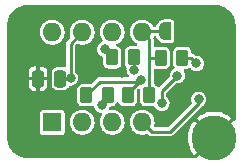
<source format=gbr>
%TF.GenerationSoftware,KiCad,Pcbnew,(6.0.0)*%
%TF.CreationDate,2022-01-09T14:56:00-05:00*%
%TF.ProjectId,QuadOpamp-INA_DIP8_Rg18,51756164-4f70-4616-9d70-2d494e415f44,rev?*%
%TF.SameCoordinates,Original*%
%TF.FileFunction,Copper,L2,Bot*%
%TF.FilePolarity,Positive*%
%FSLAX46Y46*%
G04 Gerber Fmt 4.6, Leading zero omitted, Abs format (unit mm)*
G04 Created by KiCad (PCBNEW (6.0.0)) date 2022-01-09 14:56:00*
%MOMM*%
%LPD*%
G01*
G04 APERTURE LIST*
G04 Aperture macros list*
%AMRoundRect*
0 Rectangle with rounded corners*
0 $1 Rounding radius*
0 $2 $3 $4 $5 $6 $7 $8 $9 X,Y pos of 4 corners*
0 Add a 4 corners polygon primitive as box body*
4,1,4,$2,$3,$4,$5,$6,$7,$8,$9,$2,$3,0*
0 Add four circle primitives for the rounded corners*
1,1,$1+$1,$2,$3*
1,1,$1+$1,$4,$5*
1,1,$1+$1,$6,$7*
1,1,$1+$1,$8,$9*
0 Add four rect primitives between the rounded corners*
20,1,$1+$1,$2,$3,$4,$5,0*
20,1,$1+$1,$4,$5,$6,$7,0*
20,1,$1+$1,$6,$7,$8,$9,0*
20,1,$1+$1,$8,$9,$2,$3,0*%
%AMFreePoly0*
4,1,22,0.500000,-0.750000,0.000000,-0.750000,0.000000,-0.745033,-0.079941,-0.743568,-0.215256,-0.701293,-0.333266,-0.622738,-0.424486,-0.514219,-0.481581,-0.384460,-0.499164,-0.250000,-0.500000,-0.250000,-0.500000,0.250000,-0.499164,0.250000,-0.499963,0.256109,-0.478152,0.396186,-0.417904,0.524511,-0.324060,0.630769,-0.204165,0.706417,-0.067858,0.745374,0.000000,0.744959,0.000000,0.750000,
0.500000,0.750000,0.500000,-0.750000,0.500000,-0.750000,$1*%
%AMFreePoly1*
4,1,20,0.000000,0.744959,0.073905,0.744508,0.209726,0.703889,0.328688,0.626782,0.421226,0.519385,0.479903,0.390333,0.500000,0.250000,0.500000,-0.250000,0.499851,-0.262216,0.476331,-0.402017,0.414519,-0.529596,0.319384,-0.634700,0.198574,-0.708877,0.061801,-0.746166,0.000000,-0.745033,0.000000,-0.750000,-0.500000,-0.750000,-0.500000,0.750000,0.000000,0.750000,0.000000,0.744959,
0.000000,0.744959,$1*%
G04 Aperture macros list end*
%TA.AperFunction,ComponentPad*%
%ADD10C,3.800000*%
%TD*%
%TA.AperFunction,ComponentPad*%
%ADD11R,1.600000X1.600000*%
%TD*%
%TA.AperFunction,ComponentPad*%
%ADD12O,1.600000X1.600000*%
%TD*%
%TA.AperFunction,SMDPad,CuDef*%
%ADD13RoundRect,0.250000X-0.262500X-0.450000X0.262500X-0.450000X0.262500X0.450000X-0.262500X0.450000X0*%
%TD*%
%TA.AperFunction,SMDPad,CuDef*%
%ADD14RoundRect,0.250000X0.250000X0.475000X-0.250000X0.475000X-0.250000X-0.475000X0.250000X-0.475000X0*%
%TD*%
%TA.AperFunction,SMDPad,CuDef*%
%ADD15FreePoly0,0.000000*%
%TD*%
%TA.AperFunction,SMDPad,CuDef*%
%ADD16FreePoly1,0.000000*%
%TD*%
%TA.AperFunction,SMDPad,CuDef*%
%ADD17RoundRect,0.250000X0.262500X0.450000X-0.262500X0.450000X-0.262500X-0.450000X0.262500X-0.450000X0*%
%TD*%
%TA.AperFunction,ViaPad*%
%ADD18C,0.800000*%
%TD*%
%TA.AperFunction,Conductor*%
%ADD19C,0.250000*%
%TD*%
G04 APERTURE END LIST*
D10*
%TO.P,H1,1,1*%
%TO.N,GND*%
X134000000Y-93000000D03*
%TD*%
D11*
%TO.P,J1,1,Pin_1*%
%TO.N,RG1*%
X120300000Y-91700000D03*
D12*
%TO.P,J1,2,Pin_2*%
%TO.N,Vin-*%
X122840000Y-91700000D03*
%TO.P,J1,3,Pin_3*%
%TO.N,Vin+*%
X125380000Y-91700000D03*
%TO.P,J1,4,Pin_4*%
%TO.N,-5V*%
X127920000Y-91700000D03*
%TO.P,J1,5,Pin_5*%
%TO.N,REF*%
X127920000Y-84080000D03*
%TO.P,J1,6,Pin_6*%
%TO.N,Vout*%
X125380000Y-84080000D03*
%TO.P,J1,7,Pin_7*%
%TO.N,+5V*%
X122840000Y-84080000D03*
%TO.P,J1,8,Pin_8*%
%TO.N,RG8*%
X120300000Y-84080000D03*
%TD*%
D13*
%TO.P,R4,1*%
%TO.N,Net-(R3-Pad2)*%
X126687500Y-89400000D03*
%TO.P,R4,2*%
%TO.N,REF*%
X128512500Y-89400000D03*
%TD*%
%TO.P,R1,1*%
%TO.N,Net-(R1-Pad1)*%
X125387500Y-86200000D03*
%TO.P,R1,2*%
%TO.N,Net-(R1-Pad2)*%
X127212500Y-86200000D03*
%TD*%
D14*
%TO.P,C1,1*%
%TO.N,+5V*%
X121000000Y-88000000D03*
%TO.P,C1,2*%
%TO.N,GND*%
X119100000Y-88000000D03*
%TD*%
D15*
%TO.P,JP1,1,A*%
%TO.N,REF*%
X129850000Y-84000000D03*
D16*
%TO.P,JP1,2,B*%
%TO.N,GND*%
X131150000Y-84000000D03*
%TD*%
D17*
%TO.P,R3,1*%
%TO.N,Net-(R6-Pad1)*%
X125012500Y-89400000D03*
%TO.P,R3,2*%
%TO.N,Net-(R3-Pad2)*%
X123187500Y-89400000D03*
%TD*%
D13*
%TO.P,R8,1*%
%TO.N,REF*%
X129500000Y-86250000D03*
%TO.P,R8,2*%
%TO.N,Net-(R7-Pad1)*%
X131325000Y-86250000D03*
%TD*%
D18*
%TO.N,Net-(R1-Pad1)*%
X124750000Y-85500000D03*
%TO.N,Net-(R1-Pad2)*%
X127250000Y-87250000D03*
%TO.N,Net-(R2-Pad2)*%
X130900500Y-87744150D03*
X129591210Y-90085485D03*
%TO.N,Net-(R6-Pad1)*%
X124500000Y-90250000D03*
%TO.N,Net-(R3-Pad2)*%
X127788000Y-88092353D03*
%TO.N,Net-(R7-Pad1)*%
X132510799Y-86716523D03*
%TO.N,GND*%
X117000000Y-83250000D03*
X130080000Y-82250000D03*
X123250000Y-94000000D03*
X123250000Y-82250000D03*
X128250000Y-94000000D03*
X127540000Y-82250000D03*
X120710000Y-82250000D03*
X125000000Y-82250000D03*
X135335786Y-85670000D03*
X126250000Y-87500000D03*
X131670000Y-82250000D03*
X130790000Y-94000000D03*
X134210000Y-82250000D03*
X120710000Y-94000000D03*
X117000000Y-90870000D03*
X117000000Y-93410000D03*
X129500000Y-91500000D03*
X118170000Y-82250000D03*
X131250000Y-92750000D03*
X118170000Y-94000000D03*
X135335786Y-88210000D03*
X125790000Y-94000000D03*
X134250000Y-90250000D03*
X118500000Y-90000000D03*
X117000000Y-85790000D03*
X135335786Y-83130000D03*
X118500000Y-85750000D03*
X135335786Y-90750000D03*
%TO.N,+5V*%
X121855645Y-87949020D03*
%TO.N,-5V*%
X132699500Y-89750000D03*
%TD*%
D19*
%TO.N,Net-(R1-Pad1)*%
X125387500Y-86200000D02*
X125387500Y-86137500D01*
X125387500Y-86137500D02*
X124750000Y-85500000D01*
%TO.N,Net-(R1-Pad2)*%
X127250000Y-87250000D02*
X127250000Y-86237500D01*
X127250000Y-86237500D02*
X127212500Y-86200000D01*
%TO.N,Net-(R2-Pad2)*%
X129591210Y-89053440D02*
X129591210Y-90085485D01*
X130900500Y-87744150D02*
X129591210Y-89053440D01*
%TO.N,Net-(R6-Pad1)*%
X125012500Y-89737500D02*
X124500000Y-90250000D01*
X125012500Y-89400000D02*
X125012500Y-89737500D01*
%TO.N,Net-(R3-Pad2)*%
X127630353Y-88250000D02*
X124337500Y-88250000D01*
X127788000Y-88092353D02*
X127630353Y-88250000D01*
X126687500Y-89400000D02*
X126687500Y-89192853D01*
X124337500Y-88250000D02*
X123187500Y-89400000D01*
X126687500Y-89192853D02*
X127788000Y-88092353D01*
%TO.N,REF*%
X128512500Y-89400000D02*
X128512500Y-86262500D01*
X129850000Y-84000000D02*
X128000000Y-84000000D01*
X129500000Y-86250000D02*
X129487500Y-86262500D01*
X129487500Y-86262500D02*
X128512500Y-86262500D01*
X128512500Y-86262500D02*
X128512500Y-84672500D01*
X128512500Y-84672500D02*
X127920000Y-84080000D01*
X128000000Y-84000000D02*
X127920000Y-84080000D01*
%TO.N,Net-(R7-Pad1)*%
X132044276Y-86250000D02*
X132510799Y-86716523D01*
X131325000Y-86250000D02*
X132044276Y-86250000D01*
%TO.N,+5V*%
X121855645Y-87949020D02*
X121855645Y-85064355D01*
X121804665Y-88000000D02*
X121000000Y-88000000D01*
X121855645Y-85064355D02*
X122840000Y-84080000D01*
X121855645Y-87949020D02*
X121804665Y-88000000D01*
%TO.N,-5V*%
X128720000Y-92500000D02*
X130250000Y-92500000D01*
X132699500Y-90050500D02*
X132699500Y-89750000D01*
X127920000Y-91700000D02*
X128720000Y-92500000D01*
X130250000Y-92500000D02*
X132699500Y-90050500D01*
%TD*%
%TA.AperFunction,Conductor*%
%TO.N,GND*%
G36*
X134073142Y-81752383D02*
G01*
X134085786Y-81754898D01*
X134097765Y-81752515D01*
X134109979Y-81752515D01*
X134109979Y-81753149D01*
X134120554Y-81752486D01*
X134325997Y-81767180D01*
X134343499Y-81769696D01*
X134541514Y-81812772D01*
X134570148Y-81819001D01*
X134587124Y-81823985D01*
X134804456Y-81905046D01*
X134820549Y-81912396D01*
X135024126Y-82023557D01*
X135039009Y-82033122D01*
X135224693Y-82172123D01*
X135238064Y-82183709D01*
X135402077Y-82347722D01*
X135413663Y-82361093D01*
X135552664Y-82546777D01*
X135562229Y-82561660D01*
X135673390Y-82765237D01*
X135680740Y-82781330D01*
X135761801Y-82998662D01*
X135766785Y-83015638D01*
X135813047Y-83228297D01*
X135816089Y-83242282D01*
X135818606Y-83259789D01*
X135825805Y-83360430D01*
X135833300Y-83465229D01*
X135832637Y-83475807D01*
X135833271Y-83475807D01*
X135833271Y-83488021D01*
X135830888Y-83500000D01*
X135833271Y-83511980D01*
X135833403Y-83512644D01*
X135835786Y-83536835D01*
X135835786Y-91447215D01*
X135816101Y-91514254D01*
X135763297Y-91560009D01*
X135694139Y-91569953D01*
X135664586Y-91559030D01*
X135657000Y-91559076D01*
X135647205Y-91564927D01*
X132566653Y-94645479D01*
X132544840Y-94685427D01*
X132495435Y-94734832D01*
X132436008Y-94750000D01*
X118286835Y-94750000D01*
X118262644Y-94747617D01*
X118261980Y-94747485D01*
X118250000Y-94745102D01*
X118238021Y-94747485D01*
X118225807Y-94747485D01*
X118225807Y-94746851D01*
X118215232Y-94747514D01*
X118009789Y-94732820D01*
X117992287Y-94730304D01*
X117765639Y-94680999D01*
X117748662Y-94676015D01*
X117531330Y-94594954D01*
X117515237Y-94587604D01*
X117311660Y-94476443D01*
X117296777Y-94466878D01*
X117111093Y-94327877D01*
X117097722Y-94316291D01*
X116933709Y-94152278D01*
X116922123Y-94138907D01*
X116783122Y-93953223D01*
X116773557Y-93938340D01*
X116662396Y-93734763D01*
X116655046Y-93718670D01*
X116573985Y-93501338D01*
X116569001Y-93484362D01*
X116525354Y-93283721D01*
X116519696Y-93257713D01*
X116517179Y-93240206D01*
X116502486Y-93034771D01*
X116503149Y-93024193D01*
X116502515Y-93024193D01*
X116502515Y-93011979D01*
X116504091Y-93004058D01*
X131795546Y-93004058D01*
X131813876Y-93283721D01*
X131814934Y-93291757D01*
X131869610Y-93566632D01*
X131871713Y-93574479D01*
X131961798Y-93839863D01*
X131964900Y-93847351D01*
X132088861Y-94098720D01*
X132092911Y-94105734D01*
X132248618Y-94338766D01*
X132253560Y-94345206D01*
X132330158Y-94432549D01*
X132343187Y-94440813D01*
X132352795Y-94435073D01*
X133775261Y-93012607D01*
X133782753Y-92998887D01*
X133782624Y-92997081D01*
X133778442Y-92990574D01*
X132354521Y-91566653D01*
X132340980Y-91559259D01*
X132331768Y-91565615D01*
X132253560Y-91654794D01*
X132248618Y-91661234D01*
X132092911Y-91894266D01*
X132088861Y-91901280D01*
X131964900Y-92152649D01*
X131961798Y-92160137D01*
X131871713Y-92425521D01*
X131869610Y-92433368D01*
X131814934Y-92708243D01*
X131813876Y-92716279D01*
X131795546Y-92995942D01*
X131795546Y-93004058D01*
X116504091Y-93004058D01*
X116504898Y-93000000D01*
X116502383Y-92987356D01*
X116500000Y-92963165D01*
X116500000Y-92524674D01*
X119249500Y-92524674D01*
X119264034Y-92597740D01*
X119270820Y-92607896D01*
X119311763Y-92669172D01*
X119319399Y-92680601D01*
X119402260Y-92735966D01*
X119436313Y-92742740D01*
X119469347Y-92749311D01*
X119469350Y-92749311D01*
X119475326Y-92750500D01*
X121124674Y-92750500D01*
X121130650Y-92749311D01*
X121130653Y-92749311D01*
X121163687Y-92742740D01*
X121197740Y-92735966D01*
X121280601Y-92680601D01*
X121288238Y-92669172D01*
X121329180Y-92607896D01*
X121335966Y-92597740D01*
X121350500Y-92524674D01*
X121350500Y-91685262D01*
X121784520Y-91685262D01*
X121801759Y-91890553D01*
X121858544Y-92088586D01*
X121861316Y-92093981D01*
X121861317Y-92093982D01*
X121875545Y-92121666D01*
X121952712Y-92271818D01*
X121956480Y-92276572D01*
X121985402Y-92313062D01*
X122080677Y-92433270D01*
X122085296Y-92437201D01*
X122232950Y-92562865D01*
X122232955Y-92562869D01*
X122237564Y-92566791D01*
X122417398Y-92667297D01*
X122543417Y-92708243D01*
X122603727Y-92727839D01*
X122613329Y-92730959D01*
X122619347Y-92731677D01*
X122619349Y-92731677D01*
X122744235Y-92746568D01*
X122817894Y-92755351D01*
X122823938Y-92754886D01*
X122823939Y-92754886D01*
X122896391Y-92749311D01*
X123023300Y-92739546D01*
X123108596Y-92715731D01*
X123215885Y-92685776D01*
X123215889Y-92685774D01*
X123221725Y-92684145D01*
X123405610Y-92591258D01*
X123567951Y-92464424D01*
X123571907Y-92459840D01*
X123571911Y-92459837D01*
X123698602Y-92313062D01*
X123702564Y-92308472D01*
X123723387Y-92271818D01*
X123801327Y-92134618D01*
X123804323Y-92129344D01*
X123869351Y-91933863D01*
X123873468Y-91901280D01*
X123894736Y-91732919D01*
X123894736Y-91732915D01*
X123895171Y-91729474D01*
X123895583Y-91700000D01*
X123882832Y-91569953D01*
X123876072Y-91501006D01*
X123876072Y-91501004D01*
X123875480Y-91494970D01*
X123833076Y-91354521D01*
X123817688Y-91303555D01*
X123815935Y-91297749D01*
X123719218Y-91115849D01*
X123589011Y-90956200D01*
X123523681Y-90902154D01*
X123434946Y-90828746D01*
X123434945Y-90828745D01*
X123430275Y-90824882D01*
X123267844Y-90737056D01*
X123254393Y-90729783D01*
X123254391Y-90729782D01*
X123249055Y-90726897D01*
X123239991Y-90724091D01*
X123058046Y-90667770D01*
X123058047Y-90667770D01*
X123052254Y-90665977D01*
X122847369Y-90644443D01*
X122841336Y-90644992D01*
X122841332Y-90644992D01*
X122715721Y-90656424D01*
X122642203Y-90663114D01*
X122636390Y-90664825D01*
X122636389Y-90664825D01*
X122504331Y-90703692D01*
X122444572Y-90721280D01*
X122414396Y-90737056D01*
X122267374Y-90813917D01*
X122267370Y-90813920D01*
X122262002Y-90816726D01*
X122257279Y-90820523D01*
X122257278Y-90820524D01*
X122133504Y-90920041D01*
X122101447Y-90945815D01*
X121969024Y-91103630D01*
X121869776Y-91284162D01*
X121867942Y-91289944D01*
X121867941Y-91289946D01*
X121851752Y-91340980D01*
X121807484Y-91480532D01*
X121800731Y-91540738D01*
X121787938Y-91654794D01*
X121784520Y-91685262D01*
X121350500Y-91685262D01*
X121350500Y-90875326D01*
X121343922Y-90842254D01*
X121339599Y-90820524D01*
X121335966Y-90802260D01*
X121280601Y-90719399D01*
X121197740Y-90664034D01*
X121163687Y-90657260D01*
X121130653Y-90650689D01*
X121130650Y-90650689D01*
X121124674Y-90649500D01*
X119475326Y-90649500D01*
X119469350Y-90650689D01*
X119469347Y-90650689D01*
X119436313Y-90657260D01*
X119402260Y-90664034D01*
X119319399Y-90719399D01*
X119264034Y-90802260D01*
X119260401Y-90820524D01*
X119256079Y-90842254D01*
X119249500Y-90875326D01*
X119249500Y-92524674D01*
X116500000Y-92524674D01*
X116500000Y-88514004D01*
X118300000Y-88514004D01*
X118300448Y-88521433D01*
X118309897Y-88599521D01*
X118313786Y-88614833D01*
X118363214Y-88739674D01*
X118371439Y-88754270D01*
X118452325Y-88860833D01*
X118464167Y-88872675D01*
X118570730Y-88953561D01*
X118585326Y-88961786D01*
X118710167Y-89011214D01*
X118725479Y-89015103D01*
X118803567Y-89024552D01*
X118810996Y-89025000D01*
X118932170Y-89025000D01*
X118947169Y-89020596D01*
X118948356Y-89019226D01*
X118950000Y-89011668D01*
X118950000Y-89007170D01*
X119250000Y-89007170D01*
X119254404Y-89022169D01*
X119255774Y-89023356D01*
X119263332Y-89025000D01*
X119389004Y-89025000D01*
X119396433Y-89024552D01*
X119474521Y-89015103D01*
X119489833Y-89011214D01*
X119614674Y-88961786D01*
X119629270Y-88953561D01*
X119735833Y-88872675D01*
X119747675Y-88860833D01*
X119828561Y-88754270D01*
X119836786Y-88739674D01*
X119886214Y-88614833D01*
X119890103Y-88599521D01*
X119899552Y-88521433D01*
X119900000Y-88514004D01*
X119900000Y-88167830D01*
X119895596Y-88152831D01*
X119894226Y-88151644D01*
X119886668Y-88150000D01*
X119267830Y-88150000D01*
X119252831Y-88154404D01*
X119251644Y-88155774D01*
X119250000Y-88163332D01*
X119250000Y-89007170D01*
X118950000Y-89007170D01*
X118950000Y-88167830D01*
X118945596Y-88152831D01*
X118944226Y-88151644D01*
X118936668Y-88150000D01*
X118317830Y-88150000D01*
X118302831Y-88154404D01*
X118301644Y-88155774D01*
X118300000Y-88163332D01*
X118300000Y-88514004D01*
X116500000Y-88514004D01*
X116500000Y-87832170D01*
X118300000Y-87832170D01*
X118304404Y-87847169D01*
X118305774Y-87848356D01*
X118313332Y-87850000D01*
X118932170Y-87850000D01*
X118947169Y-87845596D01*
X118948356Y-87844226D01*
X118950000Y-87836668D01*
X118950000Y-87832170D01*
X119250000Y-87832170D01*
X119254404Y-87847169D01*
X119255774Y-87848356D01*
X119263332Y-87850000D01*
X119882170Y-87850000D01*
X119897169Y-87845596D01*
X119898356Y-87844226D01*
X119900000Y-87836668D01*
X119900000Y-87485996D01*
X119899552Y-87478567D01*
X119899438Y-87477623D01*
X120249500Y-87477623D01*
X120249501Y-88522376D01*
X120256149Y-88583580D01*
X120306474Y-88717824D01*
X120311769Y-88724889D01*
X120311770Y-88724891D01*
X120346978Y-88771868D01*
X120392454Y-88832546D01*
X120399519Y-88837841D01*
X120500109Y-88913230D01*
X120500111Y-88913231D01*
X120507176Y-88918526D01*
X120641420Y-88968851D01*
X120702623Y-88975500D01*
X120999955Y-88975500D01*
X121297376Y-88975499D01*
X121358580Y-88968851D01*
X121492824Y-88918526D01*
X121499889Y-88913231D01*
X121499891Y-88913230D01*
X121514044Y-88902623D01*
X122424500Y-88902623D01*
X122424501Y-89897376D01*
X122431149Y-89958580D01*
X122481474Y-90092824D01*
X122486769Y-90099889D01*
X122486770Y-90099891D01*
X122560596Y-90198395D01*
X122567454Y-90207546D01*
X122574519Y-90212841D01*
X122675109Y-90288230D01*
X122675111Y-90288231D01*
X122682176Y-90293526D01*
X122816420Y-90343851D01*
X122877623Y-90350500D01*
X123187453Y-90350500D01*
X123497376Y-90350499D01*
X123558580Y-90343851D01*
X123692824Y-90293526D01*
X123693937Y-90296495D01*
X123746960Y-90284890D01*
X123812455Y-90309224D01*
X123854397Y-90365105D01*
X123859145Y-90385012D01*
X123859508Y-90384927D01*
X123861215Y-90392207D01*
X123862035Y-90399633D01*
X123916143Y-90547490D01*
X124003958Y-90678172D01*
X124049266Y-90719399D01*
X124114878Y-90779102D01*
X124114882Y-90779105D01*
X124120410Y-90784135D01*
X124126980Y-90787702D01*
X124126981Y-90787703D01*
X124227451Y-90842254D01*
X124258776Y-90859262D01*
X124343242Y-90881421D01*
X124403841Y-90897319D01*
X124403843Y-90897319D01*
X124411069Y-90899215D01*
X124418538Y-90899332D01*
X124425952Y-90900348D01*
X124425705Y-90902154D01*
X124483248Y-90920041D01*
X124528164Y-90973561D01*
X124537015Y-91042867D01*
X124514299Y-91092576D01*
X124516349Y-91093980D01*
X124512924Y-91098982D01*
X124509024Y-91103630D01*
X124409776Y-91284162D01*
X124407942Y-91289944D01*
X124407941Y-91289946D01*
X124391752Y-91340980D01*
X124347484Y-91480532D01*
X124340731Y-91540738D01*
X124327938Y-91654794D01*
X124324520Y-91685262D01*
X124341759Y-91890553D01*
X124398544Y-92088586D01*
X124401316Y-92093981D01*
X124401317Y-92093982D01*
X124415545Y-92121666D01*
X124492712Y-92271818D01*
X124496480Y-92276572D01*
X124525402Y-92313062D01*
X124620677Y-92433270D01*
X124625296Y-92437201D01*
X124772950Y-92562865D01*
X124772955Y-92562869D01*
X124777564Y-92566791D01*
X124957398Y-92667297D01*
X125083417Y-92708243D01*
X125143727Y-92727839D01*
X125153329Y-92730959D01*
X125159347Y-92731677D01*
X125159349Y-92731677D01*
X125284235Y-92746568D01*
X125357894Y-92755351D01*
X125363938Y-92754886D01*
X125363939Y-92754886D01*
X125436391Y-92749311D01*
X125563300Y-92739546D01*
X125648596Y-92715731D01*
X125755885Y-92685776D01*
X125755889Y-92685774D01*
X125761725Y-92684145D01*
X125945610Y-92591258D01*
X126107951Y-92464424D01*
X126111907Y-92459840D01*
X126111911Y-92459837D01*
X126238602Y-92313062D01*
X126242564Y-92308472D01*
X126263387Y-92271818D01*
X126341327Y-92134618D01*
X126344323Y-92129344D01*
X126409351Y-91933863D01*
X126413468Y-91901280D01*
X126434736Y-91732919D01*
X126434736Y-91732915D01*
X126435171Y-91729474D01*
X126435583Y-91700000D01*
X126434138Y-91685262D01*
X126864520Y-91685262D01*
X126881759Y-91890553D01*
X126938544Y-92088586D01*
X126941316Y-92093981D01*
X126941317Y-92093982D01*
X126955545Y-92121666D01*
X127032712Y-92271818D01*
X127036480Y-92276572D01*
X127065402Y-92313062D01*
X127160677Y-92433270D01*
X127165296Y-92437201D01*
X127312950Y-92562865D01*
X127312955Y-92562869D01*
X127317564Y-92566791D01*
X127497398Y-92667297D01*
X127623417Y-92708243D01*
X127683727Y-92727839D01*
X127693329Y-92730959D01*
X127699347Y-92731677D01*
X127699349Y-92731677D01*
X127824235Y-92746568D01*
X127897894Y-92755351D01*
X127903938Y-92754886D01*
X127903939Y-92754886D01*
X127976391Y-92749311D01*
X128103300Y-92739546D01*
X128287739Y-92688050D01*
X128357600Y-92688981D01*
X128408764Y-92719801D01*
X128416802Y-92727839D01*
X128431929Y-92746568D01*
X128432870Y-92747602D01*
X128438428Y-92756210D01*
X128446473Y-92762552D01*
X128464555Y-92776807D01*
X128468958Y-92780720D01*
X128469017Y-92780650D01*
X128472920Y-92783957D01*
X128476538Y-92787575D01*
X128480700Y-92790549D01*
X128492077Y-92798679D01*
X128496728Y-92802170D01*
X128536600Y-92833603D01*
X128545149Y-92836605D01*
X128552519Y-92841872D01*
X128562336Y-92844808D01*
X128562338Y-92844809D01*
X128601127Y-92856409D01*
X128606685Y-92858215D01*
X128647186Y-92872438D01*
X128647188Y-92872439D01*
X128654548Y-92875023D01*
X128660055Y-92875500D01*
X128662738Y-92875500D01*
X128665337Y-92875613D01*
X128665415Y-92875636D01*
X128665408Y-92875804D01*
X128666129Y-92875849D01*
X128672287Y-92877691D01*
X128682525Y-92877289D01*
X128682527Y-92877289D01*
X128725606Y-92875596D01*
X128730474Y-92875500D01*
X130196716Y-92875500D01*
X130220651Y-92878047D01*
X130222052Y-92878113D01*
X130232066Y-92880269D01*
X130242239Y-92879065D01*
X130265102Y-92876359D01*
X130270984Y-92876012D01*
X130270977Y-92875922D01*
X130276082Y-92875500D01*
X130281193Y-92875500D01*
X130300053Y-92872361D01*
X130305832Y-92871539D01*
X130346032Y-92866781D01*
X130346034Y-92866780D01*
X130356210Y-92865576D01*
X130364377Y-92861654D01*
X130373313Y-92860167D01*
X130417958Y-92836077D01*
X130423163Y-92833425D01*
X130461867Y-92814840D01*
X130461866Y-92814840D01*
X130468900Y-92811463D01*
X130473131Y-92807906D01*
X130475017Y-92806020D01*
X130476947Y-92804249D01*
X130477000Y-92804221D01*
X130477117Y-92804348D01*
X130477674Y-92803857D01*
X130483329Y-92800806D01*
X130492811Y-92790549D01*
X130519553Y-92761619D01*
X130522928Y-92758109D01*
X131937850Y-91343187D01*
X132559187Y-91343187D01*
X132564927Y-91352795D01*
X133987393Y-92775261D01*
X134001113Y-92782753D01*
X134002919Y-92782624D01*
X134009426Y-92778442D01*
X135433347Y-91354521D01*
X135440741Y-91340980D01*
X135434385Y-91331768D01*
X135345206Y-91253560D01*
X135338766Y-91248618D01*
X135105734Y-91092911D01*
X135098720Y-91088861D01*
X134847351Y-90964900D01*
X134839863Y-90961798D01*
X134574479Y-90871713D01*
X134566632Y-90869610D01*
X134291757Y-90814934D01*
X134283721Y-90813876D01*
X134004058Y-90795546D01*
X133995942Y-90795546D01*
X133716279Y-90813876D01*
X133708243Y-90814934D01*
X133433368Y-90869610D01*
X133425521Y-90871713D01*
X133160137Y-90961798D01*
X133152649Y-90964900D01*
X132901280Y-91088861D01*
X132894266Y-91092911D01*
X132661234Y-91248618D01*
X132654794Y-91253560D01*
X132567451Y-91330158D01*
X132559187Y-91343187D01*
X131937850Y-91343187D01*
X132893325Y-90387712D01*
X132925291Y-90364615D01*
X132954078Y-90350137D01*
X133062125Y-90295795D01*
X133067806Y-90290943D01*
X133067809Y-90290941D01*
X133176166Y-90198395D01*
X133176167Y-90198394D01*
X133181848Y-90193542D01*
X133273724Y-90065683D01*
X133332450Y-89919598D01*
X133335138Y-89900714D01*
X133354062Y-89767744D01*
X133354062Y-89767740D01*
X133354634Y-89763723D01*
X133354778Y-89750000D01*
X133351391Y-89722008D01*
X133336762Y-89601119D01*
X133336761Y-89601115D01*
X133335863Y-89593694D01*
X133280210Y-89446412D01*
X133271837Y-89434229D01*
X133195268Y-89322821D01*
X133195265Y-89322818D01*
X133191031Y-89316657D01*
X133127821Y-89260339D01*
X133079059Y-89216893D01*
X133079058Y-89216892D01*
X133073476Y-89211919D01*
X132934331Y-89138245D01*
X132781628Y-89099889D01*
X132699829Y-89099461D01*
X132631658Y-89099104D01*
X132631657Y-89099104D01*
X132624184Y-89099065D01*
X132616921Y-89100809D01*
X132616918Y-89100809D01*
X132547636Y-89117443D01*
X132471088Y-89135820D01*
X132331179Y-89208032D01*
X132212534Y-89311533D01*
X132122001Y-89440348D01*
X132064809Y-89587039D01*
X132044258Y-89743138D01*
X132045078Y-89750566D01*
X132045078Y-89750568D01*
X132046974Y-89767744D01*
X132061535Y-89899633D01*
X132064101Y-89906645D01*
X132064102Y-89906649D01*
X132103400Y-90014035D01*
X132107953Y-90083757D01*
X132074633Y-90144330D01*
X130130782Y-92088181D01*
X130069459Y-92121666D01*
X130043101Y-92124500D01*
X129057865Y-92124500D01*
X128990826Y-92104815D01*
X128945071Y-92052011D01*
X128935127Y-91982853D01*
X128940205Y-91961358D01*
X128947438Y-91939616D01*
X128947440Y-91939609D01*
X128949351Y-91933863D01*
X128953468Y-91901280D01*
X128974736Y-91732919D01*
X128974736Y-91732915D01*
X128975171Y-91729474D01*
X128975583Y-91700000D01*
X128962832Y-91569953D01*
X128956072Y-91501006D01*
X128956072Y-91501004D01*
X128955480Y-91494970D01*
X128913076Y-91354521D01*
X128897688Y-91303555D01*
X128895935Y-91297749D01*
X128799218Y-91115849D01*
X128669011Y-90956200D01*
X128603681Y-90902154D01*
X128514946Y-90828746D01*
X128514945Y-90828745D01*
X128510275Y-90824882D01*
X128347844Y-90737056D01*
X128334393Y-90729783D01*
X128334391Y-90729782D01*
X128329055Y-90726897D01*
X128319991Y-90724091D01*
X128138046Y-90667770D01*
X128138047Y-90667770D01*
X128132254Y-90665977D01*
X127927369Y-90644443D01*
X127921336Y-90644992D01*
X127921332Y-90644992D01*
X127795721Y-90656424D01*
X127722203Y-90663114D01*
X127716390Y-90664825D01*
X127716389Y-90664825D01*
X127584331Y-90703692D01*
X127524572Y-90721280D01*
X127494396Y-90737056D01*
X127347374Y-90813917D01*
X127347370Y-90813920D01*
X127342002Y-90816726D01*
X127337279Y-90820523D01*
X127337278Y-90820524D01*
X127213504Y-90920041D01*
X127181447Y-90945815D01*
X127049024Y-91103630D01*
X126949776Y-91284162D01*
X126947942Y-91289944D01*
X126947941Y-91289946D01*
X126931752Y-91340980D01*
X126887484Y-91480532D01*
X126880731Y-91540738D01*
X126867938Y-91654794D01*
X126864520Y-91685262D01*
X126434138Y-91685262D01*
X126422832Y-91569953D01*
X126416072Y-91501006D01*
X126416072Y-91501004D01*
X126415480Y-91494970D01*
X126373076Y-91354521D01*
X126357688Y-91303555D01*
X126355935Y-91297749D01*
X126259218Y-91115849D01*
X126129011Y-90956200D01*
X126063681Y-90902154D01*
X125974946Y-90828746D01*
X125974945Y-90828745D01*
X125970275Y-90824882D01*
X125807844Y-90737056D01*
X125794393Y-90729783D01*
X125794391Y-90729782D01*
X125789055Y-90726897D01*
X125779991Y-90724091D01*
X125598046Y-90667770D01*
X125598047Y-90667770D01*
X125592254Y-90665977D01*
X125387369Y-90644443D01*
X125381336Y-90644992D01*
X125381332Y-90644992D01*
X125318735Y-90650689D01*
X125231380Y-90658639D01*
X125162835Y-90645111D01*
X125112482Y-90596671D01*
X125096312Y-90528699D01*
X125105092Y-90488899D01*
X125129473Y-90428249D01*
X125172742Y-90373389D01*
X125244525Y-90350499D01*
X125322376Y-90350499D01*
X125383580Y-90343851D01*
X125517824Y-90293526D01*
X125524889Y-90288231D01*
X125524891Y-90288230D01*
X125625481Y-90212841D01*
X125632546Y-90207546D01*
X125639404Y-90198395D01*
X125713230Y-90099891D01*
X125713231Y-90099889D01*
X125718526Y-90092824D01*
X125721626Y-90084554D01*
X125721629Y-90084549D01*
X125733891Y-90051840D01*
X125775855Y-89995976D01*
X125841360Y-89971668D01*
X125909608Y-89986634D01*
X125958931Y-90036121D01*
X125966109Y-90051840D01*
X125978371Y-90084549D01*
X125978374Y-90084554D01*
X125981474Y-90092824D01*
X125986769Y-90099889D01*
X125986770Y-90099891D01*
X126060596Y-90198395D01*
X126067454Y-90207546D01*
X126074519Y-90212841D01*
X126175109Y-90288230D01*
X126175111Y-90288231D01*
X126182176Y-90293526D01*
X126316420Y-90343851D01*
X126377623Y-90350500D01*
X126687453Y-90350500D01*
X126997376Y-90350499D01*
X127058580Y-90343851D01*
X127192824Y-90293526D01*
X127199889Y-90288231D01*
X127199891Y-90288230D01*
X127300481Y-90212841D01*
X127307546Y-90207546D01*
X127314404Y-90198395D01*
X127388230Y-90099891D01*
X127388231Y-90099889D01*
X127393526Y-90092824D01*
X127443851Y-89958580D01*
X127450500Y-89897377D01*
X127450499Y-89012253D01*
X127470183Y-88945214D01*
X127486818Y-88924572D01*
X127537819Y-88873571D01*
X127599142Y-88840086D01*
X127668834Y-88845070D01*
X127724767Y-88886942D01*
X127749184Y-88952406D01*
X127749500Y-88961252D01*
X127749501Y-89897376D01*
X127756149Y-89958580D01*
X127806474Y-90092824D01*
X127811769Y-90099889D01*
X127811770Y-90099891D01*
X127885596Y-90198395D01*
X127892454Y-90207546D01*
X127899519Y-90212841D01*
X128000109Y-90288230D01*
X128000111Y-90288231D01*
X128007176Y-90293526D01*
X128141420Y-90343851D01*
X128202623Y-90350500D01*
X128512453Y-90350500D01*
X128822376Y-90350499D01*
X128883580Y-90343851D01*
X128885799Y-90343019D01*
X128953179Y-90346537D01*
X129009908Y-90387324D01*
X129015010Y-90394370D01*
X129095168Y-90513657D01*
X129149903Y-90563462D01*
X129206088Y-90614587D01*
X129206092Y-90614590D01*
X129211620Y-90619620D01*
X129218190Y-90623187D01*
X129218191Y-90623188D01*
X129305918Y-90670820D01*
X129349986Y-90694747D01*
X129443955Y-90719399D01*
X129495051Y-90732804D01*
X129495053Y-90732804D01*
X129502279Y-90734700D01*
X129579337Y-90735910D01*
X129652235Y-90737056D01*
X129652238Y-90737056D01*
X129659705Y-90737173D01*
X129666986Y-90735505D01*
X129666990Y-90735505D01*
X129805891Y-90703692D01*
X129813178Y-90702023D01*
X129953835Y-90631280D01*
X129959516Y-90626428D01*
X129959519Y-90626426D01*
X130067876Y-90533880D01*
X130067877Y-90533879D01*
X130073558Y-90529027D01*
X130084603Y-90513657D01*
X130145974Y-90428249D01*
X130165434Y-90401168D01*
X130224160Y-90255083D01*
X130230172Y-90212841D01*
X130245772Y-90103229D01*
X130245772Y-90103225D01*
X130246344Y-90099208D01*
X130246488Y-90085485D01*
X130241890Y-90047490D01*
X130228472Y-89936604D01*
X130228471Y-89936600D01*
X130227573Y-89929179D01*
X130213602Y-89892205D01*
X130174564Y-89788893D01*
X130174562Y-89788890D01*
X130171920Y-89781897D01*
X130147226Y-89745967D01*
X130086978Y-89658306D01*
X130086975Y-89658303D01*
X130082741Y-89652142D01*
X130008221Y-89585747D01*
X129971262Y-89526453D01*
X129966710Y-89493164D01*
X129966710Y-89260339D01*
X129986395Y-89193300D01*
X130003029Y-89172658D01*
X130745647Y-88430041D01*
X130806970Y-88396556D01*
X130835272Y-88393737D01*
X130903936Y-88394816D01*
X130961525Y-88395721D01*
X130961528Y-88395721D01*
X130968995Y-88395838D01*
X130976276Y-88394170D01*
X130976280Y-88394170D01*
X131115181Y-88362357D01*
X131122468Y-88360688D01*
X131263125Y-88289945D01*
X131268806Y-88285093D01*
X131268809Y-88285091D01*
X131377166Y-88192545D01*
X131377167Y-88192544D01*
X131382848Y-88187692D01*
X131400353Y-88163332D01*
X131414298Y-88143925D01*
X131474724Y-88059833D01*
X131533450Y-87913748D01*
X131536854Y-87889833D01*
X131555062Y-87761894D01*
X131555062Y-87761890D01*
X131555634Y-87757873D01*
X131555778Y-87744150D01*
X131554051Y-87729877D01*
X131537762Y-87595269D01*
X131537761Y-87595265D01*
X131536863Y-87587844D01*
X131511923Y-87521841D01*
X131483854Y-87447558D01*
X131483852Y-87447555D01*
X131481210Y-87440562D01*
X131469928Y-87424146D01*
X131449713Y-87394734D01*
X131427963Y-87328335D01*
X131445564Y-87260719D01*
X131496927Y-87213352D01*
X131551903Y-87200499D01*
X131634876Y-87200499D01*
X131696080Y-87193851D01*
X131812692Y-87150136D01*
X131822055Y-87146626D01*
X131822056Y-87146626D01*
X131830324Y-87143526D01*
X131837390Y-87138230D01*
X131837396Y-87138227D01*
X131849807Y-87128925D01*
X131915257Y-87104470D01*
X131983538Y-87119283D01*
X132014434Y-87144214D01*
X132014757Y-87144695D01*
X132020286Y-87149726D01*
X132125677Y-87245625D01*
X132125681Y-87245628D01*
X132131209Y-87250658D01*
X132137779Y-87254225D01*
X132137780Y-87254226D01*
X132204487Y-87290445D01*
X132269575Y-87325785D01*
X132371830Y-87352611D01*
X132414640Y-87363842D01*
X132414642Y-87363842D01*
X132421868Y-87365738D01*
X132498926Y-87366948D01*
X132571824Y-87368094D01*
X132571827Y-87368094D01*
X132579294Y-87368211D01*
X132586575Y-87366543D01*
X132586579Y-87366543D01*
X132725480Y-87334730D01*
X132732767Y-87333061D01*
X132873424Y-87262318D01*
X132879105Y-87257466D01*
X132879108Y-87257464D01*
X132987465Y-87164918D01*
X132987466Y-87164917D01*
X132993147Y-87160065D01*
X133000577Y-87149726D01*
X133035504Y-87101119D01*
X133085023Y-87032206D01*
X133143749Y-86886121D01*
X133147848Y-86857323D01*
X133165361Y-86734267D01*
X133165361Y-86734263D01*
X133165933Y-86730246D01*
X133166077Y-86716523D01*
X133163760Y-86697376D01*
X133148061Y-86567642D01*
X133148060Y-86567638D01*
X133147162Y-86560217D01*
X133091509Y-86412935D01*
X133087272Y-86406770D01*
X133006567Y-86289344D01*
X133006564Y-86289341D01*
X133002330Y-86283180D01*
X132884775Y-86178442D01*
X132745630Y-86104768D01*
X132592927Y-86066412D01*
X132539022Y-86066130D01*
X132441648Y-86065620D01*
X132374712Y-86045585D01*
X132354616Y-86029303D01*
X132347474Y-86022161D01*
X132332347Y-86003432D01*
X132331406Y-86002398D01*
X132325848Y-85993790D01*
X132299721Y-85973193D01*
X132295318Y-85969280D01*
X132295259Y-85969350D01*
X132291356Y-85966043D01*
X132287738Y-85962425D01*
X132272196Y-85951319D01*
X132267548Y-85947830D01*
X132227676Y-85916397D01*
X132219127Y-85913395D01*
X132211757Y-85908128D01*
X132201938Y-85905192D01*
X132201937Y-85905191D01*
X132176470Y-85897575D01*
X132117881Y-85859507D01*
X132089174Y-85795808D01*
X132087999Y-85778774D01*
X132087999Y-85752624D01*
X132081351Y-85691420D01*
X132031026Y-85557176D01*
X132003301Y-85520182D01*
X131950341Y-85449519D01*
X131945046Y-85442454D01*
X131937000Y-85436424D01*
X131837391Y-85361770D01*
X131837389Y-85361769D01*
X131830324Y-85356474D01*
X131696080Y-85306149D01*
X131634877Y-85299500D01*
X131325047Y-85299500D01*
X131015124Y-85299501D01*
X130953920Y-85306149D01*
X130819676Y-85356474D01*
X130812611Y-85361769D01*
X130812609Y-85361770D01*
X130713000Y-85436424D01*
X130704954Y-85442454D01*
X130699659Y-85449519D01*
X130646700Y-85520182D01*
X130618974Y-85557176D01*
X130568649Y-85691420D01*
X130562000Y-85752623D01*
X130562001Y-86747376D01*
X130568649Y-86808580D01*
X130618974Y-86942824D01*
X130624269Y-86949889D01*
X130624270Y-86949891D01*
X130647003Y-86980223D01*
X130671456Y-87045674D01*
X130656642Y-87113955D01*
X130604650Y-87164777D01*
X130532179Y-87202182D01*
X130413534Y-87305683D01*
X130323001Y-87434498D01*
X130265809Y-87581189D01*
X130245258Y-87737288D01*
X130246078Y-87744716D01*
X130246078Y-87744719D01*
X130251755Y-87796141D01*
X130239546Y-87864935D01*
X130216185Y-87897428D01*
X129400159Y-88713454D01*
X129338836Y-88746939D01*
X129269144Y-88741955D01*
X129213252Y-88700139D01*
X129137841Y-88599519D01*
X129132546Y-88592454D01*
X129037784Y-88521433D01*
X129024891Y-88511770D01*
X129024889Y-88511769D01*
X129017824Y-88506474D01*
X129009555Y-88503374D01*
X129009551Y-88503372D01*
X128968472Y-88487972D01*
X128912609Y-88446007D01*
X128888301Y-88380502D01*
X128888000Y-88371863D01*
X128888000Y-87282448D01*
X128907685Y-87215409D01*
X128960489Y-87169654D01*
X129029647Y-87159710D01*
X129055526Y-87166338D01*
X129121641Y-87191123D01*
X129121646Y-87191124D01*
X129128920Y-87193851D01*
X129190123Y-87200500D01*
X129499953Y-87200500D01*
X129809876Y-87200499D01*
X129871080Y-87193851D01*
X129987692Y-87150136D01*
X129997055Y-87146626D01*
X129997056Y-87146626D01*
X130005324Y-87143526D01*
X130012389Y-87138231D01*
X130012391Y-87138230D01*
X130112981Y-87062841D01*
X130120046Y-87057546D01*
X130134113Y-87038777D01*
X130200730Y-86949891D01*
X130200731Y-86949889D01*
X130206026Y-86942824D01*
X130256351Y-86808580D01*
X130263000Y-86747377D01*
X130262999Y-85752624D01*
X130256351Y-85691420D01*
X130206026Y-85557176D01*
X130178301Y-85520182D01*
X130125341Y-85449519D01*
X130120046Y-85442454D01*
X130112000Y-85436424D01*
X130012391Y-85361770D01*
X130012389Y-85361769D01*
X130005324Y-85356474D01*
X129871080Y-85306149D01*
X129809877Y-85299500D01*
X129500047Y-85299500D01*
X129190124Y-85299501D01*
X129128920Y-85306149D01*
X129121648Y-85308875D01*
X129121644Y-85308876D01*
X129055526Y-85333662D01*
X128985843Y-85338762D01*
X128924464Y-85305379D01*
X128890878Y-85244111D01*
X128888000Y-85217552D01*
X128888000Y-84725785D01*
X128890547Y-84701849D01*
X128890613Y-84700454D01*
X128892770Y-84690434D01*
X128891566Y-84680259D01*
X128891566Y-84680254D01*
X128888860Y-84657391D01*
X128888513Y-84651514D01*
X128888421Y-84651522D01*
X128888000Y-84646424D01*
X128888000Y-84641307D01*
X128887160Y-84636260D01*
X128887159Y-84636249D01*
X128884867Y-84622481D01*
X128884044Y-84616698D01*
X128878078Y-84566292D01*
X128881934Y-84565836D01*
X128882069Y-84515548D01*
X128884356Y-84509354D01*
X128884324Y-84509343D01*
X128892866Y-84483666D01*
X128932706Y-84426268D01*
X128997253Y-84399520D01*
X129066014Y-84411916D01*
X129117159Y-84459519D01*
X129127285Y-84481056D01*
X129128504Y-84484465D01*
X129129689Y-84488709D01*
X129187372Y-84619802D01*
X129225638Y-84681279D01*
X129233334Y-84690434D01*
X129314954Y-84787535D01*
X129314959Y-84787540D01*
X129317795Y-84790914D01*
X129371780Y-84839182D01*
X129389988Y-84851302D01*
X129434535Y-84880955D01*
X129491005Y-84918545D01*
X129494983Y-84920442D01*
X129494984Y-84920443D01*
X129516281Y-84930601D01*
X129556366Y-84949721D01*
X129693072Y-84992431D01*
X129728814Y-84998220D01*
X129760208Y-85003305D01*
X129760211Y-85003305D01*
X129764556Y-85004009D01*
X129768959Y-85004090D01*
X129768962Y-85004090D01*
X129852602Y-85005623D01*
X129907755Y-85006634D01*
X129912135Y-85006089D01*
X129916536Y-85005856D01*
X129916541Y-85005951D01*
X129925288Y-85005408D01*
X130350000Y-85005408D01*
X130355976Y-85004219D01*
X130355979Y-85004219D01*
X130404213Y-84994624D01*
X130447740Y-84985966D01*
X130500025Y-84951031D01*
X130520448Y-84937385D01*
X130530601Y-84930601D01*
X130538657Y-84918545D01*
X130579180Y-84857896D01*
X130585966Y-84847740D01*
X130605408Y-84750000D01*
X130605408Y-84323214D01*
X130606423Y-84307383D01*
X130606464Y-84307062D01*
X130606859Y-84304716D01*
X130610380Y-84265467D01*
X130610531Y-84253125D01*
X130607970Y-84213792D01*
X130606660Y-84204643D01*
X130605408Y-84187065D01*
X130605408Y-83823214D01*
X130606423Y-83807383D01*
X130606464Y-83807062D01*
X130606859Y-83804716D01*
X130610380Y-83765467D01*
X130610531Y-83753125D01*
X130607970Y-83713792D01*
X130606660Y-83704643D01*
X130605408Y-83687065D01*
X130605408Y-83250000D01*
X130585966Y-83152260D01*
X130530601Y-83069399D01*
X130447740Y-83014034D01*
X130403168Y-83005168D01*
X130355979Y-82995781D01*
X130355976Y-82995781D01*
X130350000Y-82994592D01*
X129859220Y-82994592D01*
X129858462Y-82994590D01*
X129856435Y-82994578D01*
X129783004Y-82994129D01*
X129778639Y-82994727D01*
X129778638Y-82994727D01*
X129770944Y-82995781D01*
X129711259Y-83003957D01*
X129670388Y-83015638D01*
X129577790Y-83042102D01*
X129577787Y-83042103D01*
X129573550Y-83043314D01*
X129569526Y-83045114D01*
X129511474Y-83071081D01*
X129511471Y-83071082D01*
X129507446Y-83072883D01*
X129503717Y-83075236D01*
X129503711Y-83075239D01*
X129390048Y-83146955D01*
X129390043Y-83146959D01*
X129386318Y-83149309D01*
X129331169Y-83196245D01*
X129236361Y-83303596D01*
X129196605Y-83364119D01*
X129194728Y-83368117D01*
X129137998Y-83488947D01*
X129135736Y-83493764D01*
X129134447Y-83497981D01*
X129134446Y-83497983D01*
X129122593Y-83536753D01*
X129084169Y-83595108D01*
X129020295Y-83623426D01*
X129004011Y-83624500D01*
X128942129Y-83624500D01*
X128875090Y-83604815D01*
X128832643Y-83558713D01*
X128802067Y-83501206D01*
X128802064Y-83501201D01*
X128799218Y-83495849D01*
X128669011Y-83336200D01*
X128572181Y-83256095D01*
X128514946Y-83208746D01*
X128514945Y-83208745D01*
X128510275Y-83204882D01*
X128329055Y-83106897D01*
X128319991Y-83104091D01*
X128138046Y-83047770D01*
X128138047Y-83047770D01*
X128132254Y-83045977D01*
X127927369Y-83024443D01*
X127921336Y-83024992D01*
X127921332Y-83024992D01*
X127795721Y-83036424D01*
X127722203Y-83043114D01*
X127716390Y-83044825D01*
X127716389Y-83044825D01*
X127598397Y-83079552D01*
X127524572Y-83101280D01*
X127440819Y-83145065D01*
X127347374Y-83193917D01*
X127347370Y-83193920D01*
X127342002Y-83196726D01*
X127337279Y-83200523D01*
X127337278Y-83200524D01*
X127268162Y-83256095D01*
X127181447Y-83325815D01*
X127049024Y-83483630D01*
X126949776Y-83664162D01*
X126947942Y-83669944D01*
X126947941Y-83669946D01*
X126905190Y-83804716D01*
X126887484Y-83860532D01*
X126864520Y-84065262D01*
X126881759Y-84270553D01*
X126938544Y-84468586D01*
X127032712Y-84651818D01*
X127036480Y-84656572D01*
X127130448Y-84775130D01*
X127160677Y-84813270D01*
X127165296Y-84817201D01*
X127312950Y-84942865D01*
X127312955Y-84942869D01*
X127317564Y-84946791D01*
X127443650Y-85017258D01*
X127492566Y-85067147D01*
X127506746Y-85135562D01*
X127481686Y-85200783D01*
X127425344Y-85242102D01*
X127383155Y-85249500D01*
X126917233Y-85249501D01*
X126902624Y-85249501D01*
X126841420Y-85256149D01*
X126707176Y-85306474D01*
X126700111Y-85311769D01*
X126700109Y-85311770D01*
X126633395Y-85361770D01*
X126592454Y-85392454D01*
X126587159Y-85399519D01*
X126516718Y-85493508D01*
X126506474Y-85507176D01*
X126456149Y-85641420D01*
X126449500Y-85702623D01*
X126449501Y-86697376D01*
X126456149Y-86758580D01*
X126506474Y-86892824D01*
X126511770Y-86899890D01*
X126511773Y-86899896D01*
X126590485Y-87004920D01*
X126614939Y-87070371D01*
X126614199Y-87095470D01*
X126594758Y-87243138D01*
X126595578Y-87250566D01*
X126595578Y-87250568D01*
X126604164Y-87328335D01*
X126612035Y-87399633D01*
X126614601Y-87406645D01*
X126614602Y-87406649D01*
X126627013Y-87440562D01*
X126666143Y-87547490D01*
X126670314Y-87553697D01*
X126753958Y-87678172D01*
X126752143Y-87679392D01*
X126776541Y-87733080D01*
X126766470Y-87802220D01*
X126720618Y-87854939D01*
X126653771Y-87874500D01*
X124390785Y-87874500D01*
X124366859Y-87871953D01*
X124365451Y-87871887D01*
X124355434Y-87869730D01*
X124345259Y-87870934D01*
X124345254Y-87870934D01*
X124322391Y-87873640D01*
X124316514Y-87873987D01*
X124316522Y-87874079D01*
X124311427Y-87874500D01*
X124306307Y-87874500D01*
X124301260Y-87875340D01*
X124301249Y-87875341D01*
X124287481Y-87877633D01*
X124281698Y-87878456D01*
X124241470Y-87883217D01*
X124241463Y-87883219D01*
X124231291Y-87884423D01*
X124223122Y-87888346D01*
X124214187Y-87889833D01*
X124205172Y-87894697D01*
X124205167Y-87894699D01*
X124169533Y-87913926D01*
X124164335Y-87916575D01*
X124118601Y-87938537D01*
X124114369Y-87942094D01*
X124112459Y-87944004D01*
X124110557Y-87945749D01*
X124110492Y-87945784D01*
X124110376Y-87945658D01*
X124109826Y-87946143D01*
X124104171Y-87949194D01*
X124097211Y-87956723D01*
X124097210Y-87956724D01*
X124067947Y-87988381D01*
X124064572Y-87991891D01*
X123638235Y-88418228D01*
X123576912Y-88451713D01*
X123537162Y-88453822D01*
X123527068Y-88452726D01*
X123497377Y-88449500D01*
X123187547Y-88449500D01*
X122877624Y-88449501D01*
X122816420Y-88456149D01*
X122731531Y-88487972D01*
X122690451Y-88503372D01*
X122682176Y-88506474D01*
X122675111Y-88511769D01*
X122675109Y-88511770D01*
X122662216Y-88521433D01*
X122567454Y-88592454D01*
X122562159Y-88599519D01*
X122502125Y-88679622D01*
X122481474Y-88707176D01*
X122431149Y-88841420D01*
X122424500Y-88902623D01*
X121514044Y-88902623D01*
X121600481Y-88837841D01*
X121607546Y-88832546D01*
X121653022Y-88771868D01*
X121688230Y-88724891D01*
X121688231Y-88724889D01*
X121693526Y-88717824D01*
X121696626Y-88709555D01*
X121696628Y-88709551D01*
X121707848Y-88679622D01*
X121749813Y-88623759D01*
X121815318Y-88599451D01*
X121825904Y-88599165D01*
X121916670Y-88600591D01*
X121916673Y-88600591D01*
X121924140Y-88600708D01*
X121931421Y-88599040D01*
X121931425Y-88599040D01*
X122070326Y-88567227D01*
X122077613Y-88565558D01*
X122218270Y-88494815D01*
X122223951Y-88489963D01*
X122223954Y-88489961D01*
X122332311Y-88397415D01*
X122332312Y-88397414D01*
X122337993Y-88392562D01*
X122359698Y-88362357D01*
X122409317Y-88293304D01*
X122429869Y-88264703D01*
X122488595Y-88118618D01*
X122510779Y-87962743D01*
X122510923Y-87949020D01*
X122504680Y-87897428D01*
X122492907Y-87800139D01*
X122492906Y-87800135D01*
X122492008Y-87792714D01*
X122478843Y-87757873D01*
X122438999Y-87652428D01*
X122438997Y-87652425D01*
X122436355Y-87645432D01*
X122397298Y-87588604D01*
X122351413Y-87521841D01*
X122351410Y-87521838D01*
X122347176Y-87515677D01*
X122272656Y-87449282D01*
X122235697Y-87389988D01*
X122231145Y-87356699D01*
X122231145Y-85493138D01*
X124094758Y-85493138D01*
X124095578Y-85500566D01*
X124095578Y-85500568D01*
X124101828Y-85557176D01*
X124112035Y-85649633D01*
X124114601Y-85656645D01*
X124114602Y-85656649D01*
X124131427Y-85702624D01*
X124166143Y-85797490D01*
X124253958Y-85928172D01*
X124291602Y-85962425D01*
X124364878Y-86029102D01*
X124364882Y-86029105D01*
X124370410Y-86034135D01*
X124376980Y-86037702D01*
X124376981Y-86037703D01*
X124433210Y-86068233D01*
X124508776Y-86109262D01*
X124531966Y-86115346D01*
X124591814Y-86151395D01*
X124622673Y-86214081D01*
X124624500Y-86235286D01*
X124624501Y-86553220D01*
X124624501Y-86697376D01*
X124631149Y-86758580D01*
X124681474Y-86892824D01*
X124686769Y-86899889D01*
X124686770Y-86899891D01*
X124746976Y-86980223D01*
X124767454Y-87007546D01*
X124774519Y-87012841D01*
X124875109Y-87088230D01*
X124875111Y-87088231D01*
X124882176Y-87093526D01*
X124890444Y-87096626D01*
X124890445Y-87096626D01*
X124916579Y-87106423D01*
X125016420Y-87143851D01*
X125077623Y-87150500D01*
X125387453Y-87150500D01*
X125697376Y-87150499D01*
X125758580Y-87143851D01*
X125863630Y-87104470D01*
X125884555Y-87096626D01*
X125884556Y-87096626D01*
X125892824Y-87093526D01*
X125899889Y-87088231D01*
X125899891Y-87088230D01*
X126000481Y-87012841D01*
X126007546Y-87007546D01*
X126028024Y-86980223D01*
X126088230Y-86899891D01*
X126088231Y-86899889D01*
X126093526Y-86892824D01*
X126143851Y-86758580D01*
X126150500Y-86697377D01*
X126150499Y-85702624D01*
X126143851Y-85641420D01*
X126093526Y-85507176D01*
X126083283Y-85493508D01*
X126012841Y-85399519D01*
X126007546Y-85392454D01*
X125966605Y-85361770D01*
X125899891Y-85311770D01*
X125899889Y-85311769D01*
X125892824Y-85306474D01*
X125884554Y-85303374D01*
X125884549Y-85303371D01*
X125807023Y-85274308D01*
X125751159Y-85232344D01*
X125726851Y-85166839D01*
X125741817Y-85098591D01*
X125794641Y-85047518D01*
X125875738Y-85006553D01*
X125945610Y-84971258D01*
X126107951Y-84844424D01*
X126111907Y-84839840D01*
X126111911Y-84839837D01*
X126238602Y-84693062D01*
X126242564Y-84688472D01*
X126246651Y-84681279D01*
X126341327Y-84514618D01*
X126344323Y-84509344D01*
X126409351Y-84313863D01*
X126414823Y-84270553D01*
X126434736Y-84112919D01*
X126434736Y-84112915D01*
X126435171Y-84109474D01*
X126435583Y-84080000D01*
X126415480Y-83874970D01*
X126382419Y-83765467D01*
X126357688Y-83683555D01*
X126355935Y-83677749D01*
X126292643Y-83558713D01*
X126262065Y-83501203D01*
X126262064Y-83501201D01*
X126259218Y-83495849D01*
X126129011Y-83336200D01*
X126032181Y-83256095D01*
X125974946Y-83208746D01*
X125974945Y-83208745D01*
X125970275Y-83204882D01*
X125789055Y-83106897D01*
X125779991Y-83104091D01*
X125598046Y-83047770D01*
X125598047Y-83047770D01*
X125592254Y-83045977D01*
X125387369Y-83024443D01*
X125381336Y-83024992D01*
X125381332Y-83024992D01*
X125255721Y-83036424D01*
X125182203Y-83043114D01*
X125176390Y-83044825D01*
X125176389Y-83044825D01*
X125058397Y-83079552D01*
X124984572Y-83101280D01*
X124900819Y-83145065D01*
X124807374Y-83193917D01*
X124807370Y-83193920D01*
X124802002Y-83196726D01*
X124797279Y-83200523D01*
X124797278Y-83200524D01*
X124728162Y-83256095D01*
X124641447Y-83325815D01*
X124509024Y-83483630D01*
X124409776Y-83664162D01*
X124407942Y-83669944D01*
X124407941Y-83669946D01*
X124365190Y-83804716D01*
X124347484Y-83860532D01*
X124324520Y-84065262D01*
X124341759Y-84270553D01*
X124398544Y-84468586D01*
X124492712Y-84651818D01*
X124539117Y-84710367D01*
X124565331Y-84775130D01*
X124552369Y-84843787D01*
X124498811Y-84897575D01*
X124388324Y-84954602D01*
X124388322Y-84954603D01*
X124381679Y-84958032D01*
X124263034Y-85061533D01*
X124172501Y-85190348D01*
X124169785Y-85197313D01*
X124169785Y-85197314D01*
X124161895Y-85217552D01*
X124115309Y-85337039D01*
X124094758Y-85493138D01*
X122231145Y-85493138D01*
X122231145Y-85271254D01*
X122250830Y-85204215D01*
X122267464Y-85183573D01*
X122353358Y-85097679D01*
X122414681Y-85064194D01*
X122479357Y-85067429D01*
X122572457Y-85097679D01*
X122613329Y-85110959D01*
X122619347Y-85111677D01*
X122619349Y-85111677D01*
X122742574Y-85126370D01*
X122817894Y-85135351D01*
X122823938Y-85134886D01*
X122823939Y-85134886D01*
X122885266Y-85130167D01*
X123023300Y-85119546D01*
X123108596Y-85095731D01*
X123215885Y-85065776D01*
X123215889Y-85065774D01*
X123221725Y-85064145D01*
X123405610Y-84971258D01*
X123567951Y-84844424D01*
X123571907Y-84839840D01*
X123571911Y-84839837D01*
X123698602Y-84693062D01*
X123702564Y-84688472D01*
X123706651Y-84681279D01*
X123801327Y-84514618D01*
X123804323Y-84509344D01*
X123869351Y-84313863D01*
X123874823Y-84270553D01*
X123894736Y-84112919D01*
X123894736Y-84112915D01*
X123895171Y-84109474D01*
X123895583Y-84080000D01*
X123875480Y-83874970D01*
X123842419Y-83765467D01*
X123817688Y-83683555D01*
X123815935Y-83677749D01*
X123752643Y-83558713D01*
X123722065Y-83501203D01*
X123722064Y-83501201D01*
X123719218Y-83495849D01*
X123589011Y-83336200D01*
X123492181Y-83256095D01*
X123434946Y-83208746D01*
X123434945Y-83208745D01*
X123430275Y-83204882D01*
X123249055Y-83106897D01*
X123239991Y-83104091D01*
X123058046Y-83047770D01*
X123058047Y-83047770D01*
X123052254Y-83045977D01*
X122847369Y-83024443D01*
X122841336Y-83024992D01*
X122841332Y-83024992D01*
X122715721Y-83036424D01*
X122642203Y-83043114D01*
X122636390Y-83044825D01*
X122636389Y-83044825D01*
X122518397Y-83079552D01*
X122444572Y-83101280D01*
X122360819Y-83145065D01*
X122267374Y-83193917D01*
X122267370Y-83193920D01*
X122262002Y-83196726D01*
X122257279Y-83200523D01*
X122257278Y-83200524D01*
X122188162Y-83256095D01*
X122101447Y-83325815D01*
X121969024Y-83483630D01*
X121869776Y-83664162D01*
X121867942Y-83669944D01*
X121867941Y-83669946D01*
X121825190Y-83804716D01*
X121807484Y-83860532D01*
X121784520Y-84065262D01*
X121801759Y-84270553D01*
X121852191Y-84446430D01*
X121851747Y-84516296D01*
X121820675Y-84568288D01*
X121627806Y-84761157D01*
X121609077Y-84776284D01*
X121608043Y-84777225D01*
X121599435Y-84782783D01*
X121593093Y-84790828D01*
X121578838Y-84808910D01*
X121574925Y-84813313D01*
X121574995Y-84813372D01*
X121571688Y-84817275D01*
X121568070Y-84820893D01*
X121565096Y-84825055D01*
X121556966Y-84836432D01*
X121553475Y-84841083D01*
X121522042Y-84880955D01*
X121519040Y-84889504D01*
X121513773Y-84896874D01*
X121506725Y-84920443D01*
X121499239Y-84945473D01*
X121497433Y-84951031D01*
X121489371Y-84973990D01*
X121480622Y-84998903D01*
X121480145Y-85004410D01*
X121480145Y-85007094D01*
X121480032Y-85009696D01*
X121480010Y-85009770D01*
X121479841Y-85009763D01*
X121479795Y-85010488D01*
X121477955Y-85016642D01*
X121478357Y-85026881D01*
X121478357Y-85026884D01*
X121480049Y-85069936D01*
X121480145Y-85074804D01*
X121480145Y-86906155D01*
X121460460Y-86973194D01*
X121407656Y-87018949D01*
X121342753Y-87029430D01*
X121306007Y-87025438D01*
X121300710Y-87024862D01*
X121300708Y-87024862D01*
X121297377Y-87024500D01*
X121000045Y-87024500D01*
X120702624Y-87024501D01*
X120641420Y-87031149D01*
X120507176Y-87081474D01*
X120500111Y-87086769D01*
X120500109Y-87086770D01*
X120410412Y-87153995D01*
X120392454Y-87167454D01*
X120387159Y-87174519D01*
X120320304Y-87263723D01*
X120306474Y-87282176D01*
X120303374Y-87290444D01*
X120303374Y-87290445D01*
X120297662Y-87305683D01*
X120256149Y-87416420D01*
X120249500Y-87477623D01*
X119899438Y-87477623D01*
X119890103Y-87400479D01*
X119886214Y-87385167D01*
X119836786Y-87260326D01*
X119828561Y-87245730D01*
X119747675Y-87139167D01*
X119735833Y-87127325D01*
X119629270Y-87046439D01*
X119614674Y-87038214D01*
X119489833Y-86988786D01*
X119474521Y-86984897D01*
X119396433Y-86975448D01*
X119389004Y-86975000D01*
X119267830Y-86975000D01*
X119252831Y-86979404D01*
X119251644Y-86980774D01*
X119250000Y-86988332D01*
X119250000Y-87832170D01*
X118950000Y-87832170D01*
X118950000Y-86992830D01*
X118945596Y-86977831D01*
X118944226Y-86976644D01*
X118936668Y-86975000D01*
X118810996Y-86975000D01*
X118803567Y-86975448D01*
X118725479Y-86984897D01*
X118710167Y-86988786D01*
X118585326Y-87038214D01*
X118570730Y-87046439D01*
X118464167Y-87127325D01*
X118452325Y-87139167D01*
X118371439Y-87245730D01*
X118363214Y-87260326D01*
X118313786Y-87385167D01*
X118309897Y-87400479D01*
X118300448Y-87478567D01*
X118300000Y-87485996D01*
X118300000Y-87832170D01*
X116500000Y-87832170D01*
X116500000Y-84065262D01*
X119244520Y-84065262D01*
X119261759Y-84270553D01*
X119318544Y-84468586D01*
X119412712Y-84651818D01*
X119416480Y-84656572D01*
X119510448Y-84775130D01*
X119540677Y-84813270D01*
X119545296Y-84817201D01*
X119692950Y-84942865D01*
X119692955Y-84942869D01*
X119697564Y-84946791D01*
X119877398Y-85047297D01*
X120073329Y-85110959D01*
X120079347Y-85111677D01*
X120079349Y-85111677D01*
X120202574Y-85126370D01*
X120277894Y-85135351D01*
X120283938Y-85134886D01*
X120283939Y-85134886D01*
X120345266Y-85130167D01*
X120483300Y-85119546D01*
X120568596Y-85095731D01*
X120675885Y-85065776D01*
X120675889Y-85065774D01*
X120681725Y-85064145D01*
X120865610Y-84971258D01*
X121027951Y-84844424D01*
X121031907Y-84839840D01*
X121031911Y-84839837D01*
X121158602Y-84693062D01*
X121162564Y-84688472D01*
X121166651Y-84681279D01*
X121261327Y-84514618D01*
X121264323Y-84509344D01*
X121329351Y-84313863D01*
X121334823Y-84270553D01*
X121354736Y-84112919D01*
X121354736Y-84112915D01*
X121355171Y-84109474D01*
X121355583Y-84080000D01*
X121335480Y-83874970D01*
X121302419Y-83765467D01*
X121277688Y-83683555D01*
X121275935Y-83677749D01*
X121212643Y-83558713D01*
X121182065Y-83501203D01*
X121182064Y-83501201D01*
X121179218Y-83495849D01*
X121049011Y-83336200D01*
X120952181Y-83256095D01*
X120894946Y-83208746D01*
X120894945Y-83208745D01*
X120890275Y-83204882D01*
X120709055Y-83106897D01*
X120699991Y-83104091D01*
X120518046Y-83047770D01*
X120518047Y-83047770D01*
X120512254Y-83045977D01*
X120307369Y-83024443D01*
X120301336Y-83024992D01*
X120301332Y-83024992D01*
X120175721Y-83036424D01*
X120102203Y-83043114D01*
X120096390Y-83044825D01*
X120096389Y-83044825D01*
X119978397Y-83079552D01*
X119904572Y-83101280D01*
X119820819Y-83145065D01*
X119727374Y-83193917D01*
X119727370Y-83193920D01*
X119722002Y-83196726D01*
X119717279Y-83200523D01*
X119717278Y-83200524D01*
X119648162Y-83256095D01*
X119561447Y-83325815D01*
X119429024Y-83483630D01*
X119329776Y-83664162D01*
X119327942Y-83669944D01*
X119327941Y-83669946D01*
X119285190Y-83804716D01*
X119267484Y-83860532D01*
X119244520Y-84065262D01*
X116500000Y-84065262D01*
X116500000Y-83536835D01*
X116502383Y-83512644D01*
X116502515Y-83511980D01*
X116504898Y-83500000D01*
X116502515Y-83488021D01*
X116502515Y-83475807D01*
X116503149Y-83475807D01*
X116502486Y-83465229D01*
X116509982Y-83360430D01*
X116517180Y-83259789D01*
X116519697Y-83242282D01*
X116522740Y-83228297D01*
X116569001Y-83015638D01*
X116573985Y-82998662D01*
X116655046Y-82781330D01*
X116662396Y-82765237D01*
X116773557Y-82561660D01*
X116783122Y-82546777D01*
X116922123Y-82361093D01*
X116933709Y-82347722D01*
X117097722Y-82183709D01*
X117111093Y-82172123D01*
X117296777Y-82033122D01*
X117311660Y-82023557D01*
X117515237Y-81912396D01*
X117531330Y-81905046D01*
X117748662Y-81823985D01*
X117765638Y-81819001D01*
X117794272Y-81812772D01*
X117992287Y-81769696D01*
X118009789Y-81767180D01*
X118215232Y-81752486D01*
X118225807Y-81753149D01*
X118225807Y-81752515D01*
X118238021Y-81752515D01*
X118250000Y-81754898D01*
X118261980Y-81752515D01*
X118262644Y-81752383D01*
X118286835Y-81750000D01*
X134048951Y-81750000D01*
X134073142Y-81752383D01*
G37*
%TD.AperFunction*%
%TD*%
M02*

</source>
